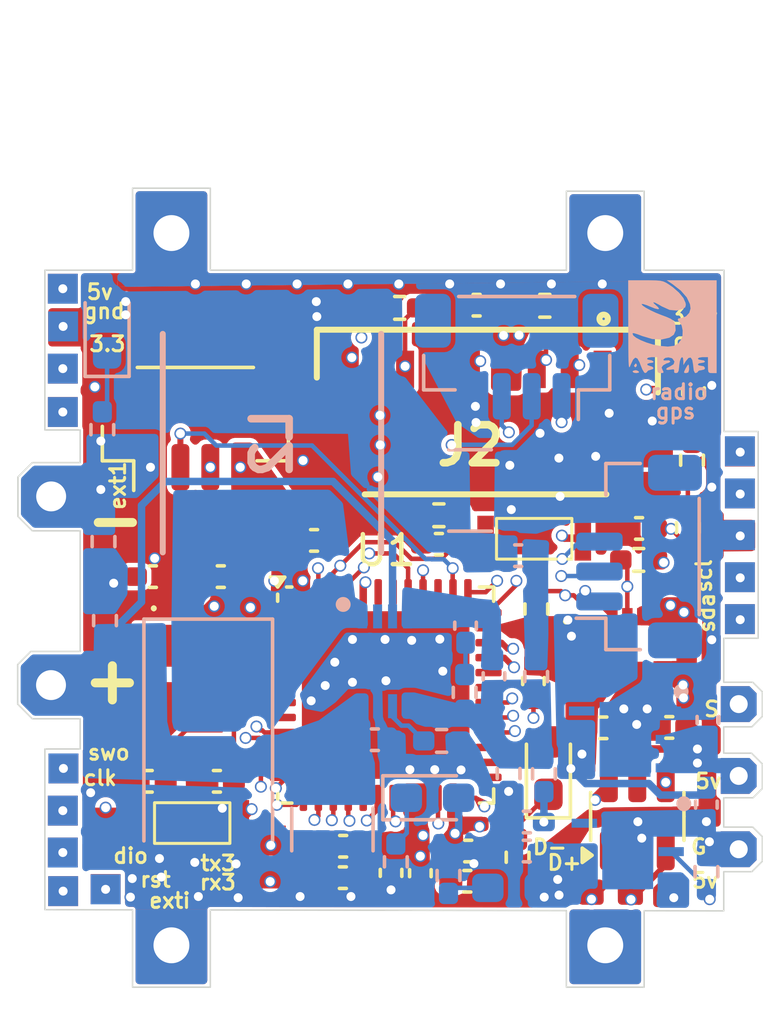
<source format=kicad_pcb>
(kicad_pcb (version 20241229) (generator "pcbnew") (generator_version "9.0")
  (layers (0 "F.Cu" signal) (4 "In1.Cu" signal) (6 "In2.Cu" signal) (8 "In3.Cu" signal) (10 "In4.Cu" signal) (2 "B.Cu" signal) (13 "F.Paste" user) (15 "B.Paste" user) (5 "F.SilkS" user "F.Silkscreen") (7 "B.SilkS" user "B.Silkscreen") (1 "F.Mask" user) (3 "B.Mask" user) (25 "Edge.Cuts" user))
  (net 0 "")
  (net 1 "GND")
  (net 2 "+3.3V")
  (net 3 "NRST")
  (net 4 "USART3_RX")
  (net 5 "Net-(U1-PF1)")
  (net 6 "Net-(U1-PF0)")
  (net 7 "SDDETECT")
  (net 8 "VIN")
  (net 9 "Net-(IC3-COMP)")
  (net 10 "Net-(C26-Pad2)")
  (net 11 "Net-(IC3-FB)")
  (net 12 "+5V")
  (net 13 "Net-(C28-Pad2)")
  (net 14 "ADC1_IN3_VBAT")
  (net 15 "Net-(D2-K)")
  (net 16 "Net-(D3-K)")
  (net 17 "Net-(D3-A)")
  (net 18 "I2C3_SDA_ACCEL")
  (net 22 "I2C3_SCL_ACCEL")
  (net 25 "Net-(IC3-FSW)")
  (net 26 "3.3VEN")
  (net 27 "SPI1_CS_SD")
  (net 28 "SPI1_MISO_SD")
  (net 29 "Net-(J2-G3)")
  (net 32 "SPI1_SCK_SD")
  (net 33 "SPI1_MOSI_SD")
  (net 34 "USART1_RX_GPS")
  (net 35 "USART1_TX_GPS")
  (net 36 "ADC1_IN1")
  (net 37 "LPUART1_RX_RADIO")
  (net 38 "LPUART1_TX_RADIO")
  (net 39 "GPIO_EXTI1")
  (net 40 "SWO")
  (net 41 "SWDIO")
  (net 42 "I2C1_SCL")
  (net 43 "SWCLK{slash}I2C1_SDA")
  (net 44 "TIM3_CHI_PWM4")
  (net 45 "USART3_TX")
  (net 50 "D+")
  (net 57 "D-")
  (net 59 "I2C1_SDA")
  (net 61 "PWEN")
  (net 63 "USBD+")
  (net 64 "USBD-")
  (net 65 "Net-(D1-K)")
  (net 66 "Net-(D4-K)")
  (net 67 "Net-(D5-K)")
  (net 68 "TIM2_CH2{slash}LED")
  (net 69 "EXTI_4")
  (footprint "" (layer "F.Cu") (at 174.5 93.53)
    (property "Reference" "")
    (property "Value" "")
  )
  (footprint "Resistor_SMD:R_0402_1005Metric_Pad0.72x0.64mm_HandSolder" (layer "F.Cu") (at 184.33 74.1)
    (property "Reference" "R8" (hide yes))
    (property "Value" "47k" (hide yes))
  )
  (footprint "" (layer "F.Cu") (at 176.7 71.6)
    (property "Reference" "")
    (property "Value" "")
  )
  (footprint "KXT3:SW_KXT3" (layer "F.Cu") (at 175.495 92.045)
    (property "Reference" "SW1" (hide yes))
    (property "Value" "RSTBTN" (hide yes))
  )
  (footprint "" (layer "F.Cu") (at 173.08 74.72)
    (property "Reference" "1" (hide yes))
    (property "Value" "")
  )
  (footprint "Capacitor_SMD:C_0402_1005Metric_Pad0.74x0.62mm_HandSolder" (layer "F.Cu") (at 185.02 92.99 90)
    (property "Reference" "C7" (hide yes))
    (property "Value" "10n" (hide yes))
  )
  (footprint "" (layer "F.Cu") (at 191.2 95.4)
    (property "Reference" "")
    (property "Value" "")
  )
  (footprint "crystalmulticomp:MCSJK7U1200101080B10" (layer "F.Cu") (at 176.96 86.49 -90)
    (property "Reference" "Y1" (hide yes))
    (property "Value" "Crystal_GND24_Small" (hide yes))
  )
  (footprint "Capacitor_SMD:C_0402_1005Metric_Pad0.74x0.62mm_HandSolder" (layer "F.Cu") (at 178.22 89.92)
    (property "Reference" "C2" (hide yes))
    (property "Value" "0.1u" (hide yes))
  )
  (footprint "connecteurcustom:edge pad" (layer "F.Cu") (at 195.05 87.89 -90)
    (property "Reference" "REF**2" (hide yes))
    (property "Value" "edge pad" (hide yes))
  )
  (footprint "Capacitor_SMD:C_0402_1005Metric_Pad0.74x0.62mm_HandSolder" (layer "F.Cu") (at 181.4675 81.87 180)
    (property "Reference" "C6" (hide yes))
    (property "Value" "100n" (hide yes))
  )
  (footprint "Capacitor_SMD:C_0402_1005Metric_Pad0.74x0.62mm_HandSolder" (layer "F.Cu") (at 175.94 89.92 180)
    (property "Reference" "C12" (hide yes))
    (property "Value" "16p" (hide yes))
  )
  (footprint "Capacitor_SMD:C_0402_1005Metric_Pad0.74x0.62mm_HandSolder" (layer "F.Cu") (at 182.43 93.14)
    (property "Reference" "C10" (hide yes))
    (property "Value" "1u" (hide yes))
  )
  (footprint "" (layer "F.Cu") (at 172.68 80.74)
    (property "Reference" "")
    (property "Value" "")
  )
  (footprint "" (layer "F.Cu") (at 195.7 80.3)
    (property "Reference" "7" (hide yes))
    (property "Value" "")
  )
  (footprint "Resistor_SMD:R_0402_1005Metric_Pad0.72x0.64mm_HandSolder" (layer "F.Cu") (at 185.64 81.03 180)
    (property "Reference" "R2" (hide yes))
    (property "Value" "10k" (hide yes))
  )
  (footprint "" (layer "F.Cu") (at 173.07 76.13)
    (property "Reference" "2" (hide yes))
    (property "Value" "")
  )
  (footprint "Capacitor_SMD:C_0402_1005Metric_Pad0.74x0.62mm_HandSolder" (layer "F.Cu") (at 191.137 88.132)
    (property "Reference" "C1" (hide yes))
    (property "Value" "100n" (hide yes))
  )
  (footprint "" (layer "F.Cu") (at 195.7 78.9)
    (property "Reference" "8" (hide yes))
    (property "Value" "")
  )
  (footprint "" (layer "F.Cu") (at 195.7 84.5)
    (property "Reference" "4" (hide yes))
    (property "Value" "")
  )
  (footprint "Capacitor_SMD:C_0402_1005Metric_Pad0.74x0.62mm_HandSolder" (layer "F.Cu") (at 186.9 74.01 180)
    (property "Reference" "C16" (hide yes))
    (property "Value" "100n" (hide yes))
  )
  (footprint "LED_SMD:LED_0603_1608Metric_Pad1.05x0.95mm_HandSolder" (layer "F.Cu") (at 189.3 89.48 90)
    (property "Reference" "D3" (hide yes))
    (property "Value" "LED" (hide yes))
  )
  (footprint "Capacitor_SMD:C_0402_1005Metric_Pad0.74x0.62mm_HandSolder" (layer "F.Cu") (at 184.04 92.98 90)
    (property "Reference" "C8" (hide yes))
    (property "Value" "1u" (hide yes))
  )
  (footprint "Connector_JST:JST_SH_BM04B-SRSS-TB_1x04-1MP_P1.00mm_Vertical" (layer "F.Cu") (at 177.5 78.1)
    (property "Reference" "J5" (hide yes))
    (property "Value" "connecteur radio")
  )
  (footprint "Resistor_SMD:R_0402_1005Metric_Pad0.72x0.64mm_HandSolder" (layer "F.Cu") (at 194.1 79.19 -90)
    (property "Reference" "R5" (hide yes))
    (property "Value" "10k" (hide yes))
  )
  (footprint "TestPoint:TestPoint_Pad_1.0x1.0mm" (layer "F.Cu") (at 180 93)
    (property "Reference" "REF**" (hide yes))
    (property "Value" "TestPoint_Pad_1.0x1.0mm" (hide yes))
  )
  (footprint "Resistor_SMD:R_0402_1005Metric_Pad0.72x0.64mm_HandSolder" (layer "F.Cu") (at 192.317 82.522 180)
    (property "Reference" "R9" (hide yes))
    (property "Value" "47k" (hide yes))
  )
  (footprint "" (layer "F.Cu") (at 173.07 77.58)
    (property "Reference" "3" (hide yes))
    (property "Value" "")
  )
  (footprint "Capacitor_SMD:C_0402_1005Metric_Pad0.74x0.62mm_HandSolder" (layer "F.Cu") (at 194.15 76.89 90)
    (property "Reference" "C15" (hide yes))
    (property "Value" "4.7u" (hide yes))
  )
  (footprint "connecteurcustom:edge pad" (layer "F.Cu") (at 195.09 90.29 -90)
    (property "Reference" "REF**1" (hide yes))
    (property "Value" "edge pad" (hide yes))
  )
  (footprint "" (layer "F.Cu") (at 173.07 73.46)
    (property "Reference" "")
    (property "Value" "")
  )
  (footprint "" (layer "F.Cu") (at 173.07 92.3)
    (property "Reference" "2" (hide yes))
    (property "Value" "")
  )
  (footprint "" (layer "F.Cu") (at 195.7 83.1)
    (property "Reference" "5" (hide yes))
    (property "Value" "")
  )
  (footprint "" (layer "F.Cu") (at 173.07 90.9)
    (property "Reference" "1" (hide yes))
    (property "Value" "")
  )
  (footprint "Capacitor_SMD:C_0402_1005Metric_Pad0.74x0.62mm_HandSolder" (layer "F.Cu") (at 186.59 93.26)
    (property "Reference" "C11" (hide yes))
    (property "Value" "4.7u" (hide yes))
  )
  (footprint "molexmicrosd:47309-2651" (layer "F.Cu") (at 187.26 74.83)
    (property "Reference" "J2")
    (property "Value" "47309-2651" (hide yes))
  )
  (footprint "Package_TO_SOT_SMD:SOT-23-6" (layer "F.Cu") (at 192.27 91.0925 90)
    (property "Reference" "U2" (hide yes))
    (property "Value" "USBLC6-2SC6" (hide yes))
  )
  (footprint "" (layer "F.Cu") (at 176.7 95.4)
    (property "Reference" "")
    (property "Value" "")
  )
  (footprint "" (layer "F.Cu") (at 195.7 81.7)
    (property "Reference" "6" (hide yes))
    (property "Value" "")
  )
  (footprint "" (layer "F.Cu") (at 191.2 71.6)
    (property "Reference" "")
    (property "Value" "")
  )
  (footprint "connecteurcustom:edge pad" (layer "F.Cu") (at 195.05 92.74 -90)
    (property "Reference" "REF**" (hide yes))
    (property "Value" "edge pad" (hide yes))
  )
  (footprint "KXT3:SW_KXT3" (layer "F.Cu") (at 186.925 82.545)
    (property "Reference" "SW2" (hide yes))
    (property "Value" "boot" (hide yes))
  )
  (footprint "Resistor_SMD:R_0402_1005Metric_Pad0.72x0.64mm_HandSolder" (layer "F.Cu") (at 193.96 81.45 -90)
    (property "Reference" "R6" (hide yes))
    (property "Value" "10k" (hide yes))
  )
  (footprint "Capacitor_SMD:C_0402_1005Metric_Pad0.74x0.62mm_HandSolder" (layer "F.Cu") (at 188.8 86.57 90)
    (property "Reference" "C4" (hide yes))
    (property "Value" "100n" (hide yes))
  )
  (footprint "" (layer "F.Cu") (at 173.09 89.49)
    (property "Reference" "")
    (property "Value" "")
  )
  (footprint "" (layer "F.Cu") (at 174.5 91.3)
    (property "Reference" "")
    (property "Value" "")
  )
  (footprint "Capacitor_SMD:C_0402_1005Metric_Pad0.74x0.62mm_HandSolder" (layer "F.Cu") (at 193.34 88.12 180)
    (property "Reference" "C17" (hide yes))
    (property "Value" "10u" (hide yes))
  )
  (footprint "Capacitor_SMD:C_0402_1005Metric_Pad0.74x0.62mm_HandSolder" (layer "F.Cu") (at 182.44 92.09)
    (property "Reference" "C9" (hide yes))
    (property "Value" "100n" (hide yes))
  )
  (footprint "Package_DFN_QFN:QFN-48-1EP_7x7mm_P0.5mm_EP5.6x5.6mm" (layer "F.Cu") (at 183.86 87.0375)
    (property "Reference" "U1")
    (property "Value" "STM32G431CBUx" (hide yes))
  )
  (footprint "Capacitor_SMD:C_0402_1005Metric_Pad0.74x0.62mm_HandSolder" (layer "F.Cu") (at 176.08 83.08 180)
    (property "Reference" "C30" (hide yes))
    (property "Value" "100n" (hide yes))
  )
  (footprint "Capacitor_SMD:C_0402_1005Metric_Pad0.74x0.62mm_HandSolder" (layer "F.Cu") (at 178.35 83.08 180)
    (property "Reference" "C13" (hide yes))
    (property "Value" "16p" (hide yes))
  )
  (footprint "" (layer "F.Cu") (at 173.08 93.59)
    (property "Reference" "3" (hide yes))
    (property "Value" "")
  )
  (footprint "connecteur custom:batpad" (layer "F.Cu") (at 173.78 87.77 90)
    (property "Reference" "REF**" (hide yes))
    (property "Value" "batpad" (hide yes))
  )
  (footprint "Resistor_SMD:R_0402_1005Metric_Pad0.72x0.64mm_HandSolder" (layer "F.Cu") (at 188.27 92.4575 90)
    (property "Reference" "R20" (hide yes))
    (property "Value" "1.1k" (hide yes))
  )
  (footprint "Capacitor_SMD:C_0402_1005Metric_Pad0.74x0.62mm_HandSolder" (layer "F.Cu") (at 186.62 92.25 180)
    (property "Reference" "C5" (hide yes))
    (property "Value" "100n" (hide yes))
  )
  (footprint "Capacitor_SMD:C_0402_1005Metric_Pad0.74x0.62mm_HandSolder" (layer "F.Cu") (at 192.33 81.47 180)
    (property "Reference" "C14" (hide yes))
    (property "Value" "10n" (hide yes))
  )
  (footprint "Resistor_SMD:R_0402_1005Metric_Pad0.72x0.64mm_HandSolder" (layer "F.Cu") (at 188.897 84.162 -90)
    (property "Reference" "R10" (hide yes))
    (property "Value" "47k" (hide yes))
  )
  (footprint "" (layer "F.Cu") (at 180.02 91.9)
    (property "Reference" "")
    (property "Value" "")
  )
  (footprint "Capacitor_SMD:C_0402_1005Metric_Pad0.74x0.62mm_HandSolder" (layer "F.Cu") (at 185.64 82)
    (property "Reference" "C3" (hide yes))
    (property "Value" "10n" (hide yes))
  )
  (footprint "WSEN-ISDS:2536030320001" (layer "F.Cu") (at 191.937 85.33)
    (property "Reference" "IC1" (hide yes))
    (property "Value" "2536030320001" (hide yes))
  )
  (footprint "Resistor_SMD:R_0402_1005Metric_Pad0.72x0.64mm_HandSolder" (layer "F.Cu") (at 189.18 74.03)
    (property "Reference" "R7" (hide yes))
    (property "Value" "47k" (hide yes))
  )
  (footprint "Capacitor_SMD:C_0402_1005Metric_Pad0.74x0.62mm_HandSolder" (layer "B.Cu") (at 194.63 87.87 90)
    (property "Reference" "C19" (hide yes))
    (property "Value" "1u" (hide yes))
  )
  (footprint "Capacitor_SMD:C_0402_1005Metric_Pad0.74x0.62mm_HandSolder" (layer "B.Cu") (at 188.5775 92.25 180)
    (property "Reference" "C21" (hide yes))
    (property "Value" "1u" (hide yes))
  )
  (footprint "Resistor_SMD:R_0402_1005Metric_Pad0.72x0.64mm_HandSolder" (layer "B.Cu") (at 186.5 86.95 -90)
    (property "Reference" "R16" (hide yes))
    (property "Value" "3.3k" (hide yes))
  )
  (footprint "Capacitor_SMD:C_0402_1005Metric_Pad0.74x0.62mm_HandSolder" (layer "B.Cu") (at 187.48 86.41 -90)
    (property "Reference" "C27" (hide yes))
    (property "Value" "220p" (hide yes))
  )
  (footprint "" (layer "B.Cu") (at 173.07 90.9 180)
    (property "Reference" "")
    (property "Value" "")
  )
  (footprint "Connector_JST:JST_SH_BM04B-SRSS-TB_1x04-1MP_P1.00mm_Vertical" (layer "B.Cu") (at 192.33 82.41 90)
    (property "Reference" "J3" (hide yes))
    (property "Value" "connecteur gps" (hide yes))
  )
  (footprint "Resistor_SMD:R_0402_1005Metric_Pad0.72x0.64mm_HandSolder" (layer "B.Cu") (at 185.73 88.57)
    (property "Reference" "R15" (hide yes))
    (property "Value" "220k" (hide yes))
  )
  (footprint "inductancewurth:INDPM7373X340N" (layer "B.Cu") (at 180.06 78.62 90)
    (property "Reference" "L2")
    (property "Value" "22u" (hide yes))
  )
  (footprint "Capacitor_SMD:C_1210_3225Metric_Pad1.33x2.70mm_HandSolder" (layer "B.Cu") (at 186.68 80.2)
    (property "Reference" "C29" (hide yes))
    (property "Value" "22u" (hide yes))
  )
  (footprint "" (layer "B.Cu") (at 173.07 76.13 180)
    (property "Reference" "")
    (property "Value" "")
  )
  (footprint "Capacitor_SMD:C_0402_1005Metric_Pad0.74x0.62mm_HandSolder" (layer "B.Cu") (at 188.29 82.38)
    (property "Reference" "C28" (hide yes))
    (property "Value" "3.3n" (hide yes))
  )
  (footprint "" (layer "B.Cu") (at 173.07 77.58 180)
    (property "Reference" "")
    (property "Value" "")
  )
  (footprint "Resistor_SMD:R_0402_1005Metric_Pad0.72x0.64mm_HandSolder" (layer "B.Cu") (at 184.2 92.61 90)
    (property "Reference" "R11" (hide yes))
    (property "Value" "1k" (hide yes))
  )
  (footprint "Connector_JST:JST_SH_BM04B-SRSS-TB_1x04-1MP_P1.00mm_Vertical" (layer "B.Cu") (at 188.24 75.73 180)
    (property "Reference" "J4" (hide yes))
    (property "Value" "connecteur radio" (hide yes))
  )
  (footprint "" (layer "B.Cu") (at 173.08 74.72 180)
    (property "Reference" "")
    (property "Value" "")
  )
  (footprint "" (layer "B.Cu") (at 173.07 73.46 180)
    (property "Reference" "")
    (property "Value" "")
  )
  (footprint "" (layer "B.Cu") (at 195.7 83.1 180)
    (property "Reference" "")
    (property "Value" "")
  )
  (footprint "Capacitor_SMD:C_0402_1005Metric_Pad0.74x0.62mm_HandSolder" (layer "B.Cu") (at 183.5 88.53)
    (property "Reference" "C25" (hide yes))
    (property "Value" "470n" (hide yes))
  )
  (footprint "LDO40PURY:SON95P300X300X90-7N-D" (layer "B.Cu") (at 191.95 92.27 180)
    (property "Reference" "IC5" (hide yes))
    (property "Value" "LDO40LPU33RY" (hide yes))
  )
  (footprint "Resistor_SMD:R_0402_1005Metric_Pad0.72x0.64mm_HandSolder" (layer "B.Cu") (at 174.43 81.91 -90)
    (property "Reference" "R22" (hide yes))
    (property "Value" "10k" (hide yes))
  )
  (footprint "Resistor_SMD:R_0402_1005Metric_Pad0.72x0.64mm_HandSolder" (layer "B.Cu") (at 185.96 93.0675 -90)
    (property "Reference" "R4" (hide yes))
    (property "Value" "1k" (hide yes))
  )
  (footprint "LED_SMD:LED_0603_1608Metric_Pad1.05x0.95mm_HandSolder" (layer "B.Cu") (at 174.55 74.73 90)
    (property "Reference" "D1" (hide yes))
    (property "Value" "LED" (hide yes))
  )
  (footprint "logo:logo ensea" (layer "B.Cu") (at 193.42 74.68 180)
    (property "Reference" "G***" (hide yes))
    (property "Value" "LOGO" (hide yes))
  )
  (footprint "Capacitor_SMD:C_1210_3225Metric_Pad1.33x2.70mm_HandSolder" (layer "B.Cu") (at 182.08 91.53 -90)
    (property "Reference" "C24" (hide yes))
    (property "Value" "10u" (hide yes))
  )
  (footprint "Resistor_SMD:R_0402_1005Metric_Pad0.72x0.64mm_HandSolder" (layer "B.Cu") (at 174.39 78.17 90)
    (property "Reference" "R3" (hide yes))
    (property "Value" "200R" (hide yes))
  )
  (footprint "" (layer "B.Cu") (at 195.7 84.5 180)
    (property "Reference" "")
    (property "Value" "")
  )
  (footprint "" (layer "B.Cu") (at 174.5 93.52 180)
    (property "Reference" "")
    (property "Value" "")
  )
  (footprint "" (layer "B.Cu") (at 195.7 80.3 180)
    (property "Reference" "7" (hide yes))
    (property "Value" "")
  )
  (footprint "" (layer "B.Cu") (at 195.7 78.89 180)
    (property "Reference" "")
    (property "Value" "")
  )
  (footprint "" (layer "B.Cu") (at 195.7 81.69 180)
    (property "Reference" "")
    (property "Value" "")
  )
  (footprint "Capacitor_SMD:C_0402_1005Metric_Pad0.74x0.62mm_HandSolder" (layer "B.Cu") (at 194.58 90.7 -90)
    (property "Reference" "C20" (hide yes))
    (property "Value" "1u" (hide yes))
  )
  (footprint "Resistor_SMD:R_0402_1005Metric_Pad0.72x0.64mm_HandSolder" (layer "B.Cu") (at 187.97 89.66 -90)
    (property "Reference" "R19" (hide yes))
    (property "Value" "1.1k" (hide yes))
  )
  (footprint "Resistor_SMD:R_0402_1005Metric_Pad0.72x0.64mm_HandSolder" (layer "B.Cu") (at 174.48 84.55 -90)
    (property "Reference" "R21" (hide yes))
    (property "Value" "20k" (hide yes))
  )
  (footprint "LDO40PURY:SON95P300X300X90-7N-D" (layer "B.Cu") (at 191.86 88.52 180)
    (property "Reference" "IC2" (hide yes))
    (property "Value" "LDO40LPU33RY" (hide yes))
  )
  (footprint "Capacitor_SMD:C_0402_1005Metric_Pad0.74x0.62mm_HandSolder" (layer "B.Cu") (at 186.53 84.72 -90)
    (property "Reference" "C26" (hide yes))
    (property "Value" "22n" (hide yes))
  )
  (footprint "Capacitor_SMD:C_0402_1005Metric_Pad0.74x0.62mm_HandSolder" (layer "B.Cu") (at 188.58 91.28 180)
    (property "Reference" "C18" (hide yes))
    (property "Value" "1u" (hide yes))
  )
  (footprint "" (layer "B.Cu") (at 173.09 89.49 180)
    (property "Reference" "")
    (property "Value" "")
  )
  (footprint "LED_SMD:LED_0603_1608Metric_Pad1.05x0.95mm_HandSolder" (layer "B.Cu") (at 185.425 90.47)
    (property "Reference" "D5" (hide yes))
    (property "Value" "LED" (hide yes))
  )
  (footprint "Resistor_SMD:R_0402_1005Metric_Pad0.72x0.64mm_HandSolder" (layer "B.Cu") (at 188.89 86.42 -90)
    (property "Reference" "R17" (hide yes))
    (property "Value" "200R" (hide yes))
  )
  (footprint "Diode_SMD:D_SMB_Handsoldering" (layer "B.Cu") (at 177.93 89.21 -90)
    (property "Reference" "D2" (hide yes))
    (property "Value" "STPS3L40" (hide yes))
  )
  (footprint "Resistor_SMD:R_0402_1005Metric_Pad0.72x0.64mm_HandSolder" (layer "B.Cu") (at 194.58 92.94 90)
    (property "Reference" "R1" (hide yes))
    (property "Value" "100k" (hide yes))
  )
  (footprint "LED_SMD:LED_0603_1608Metric_Pad1.05x0.95mm_HandSolder" (layer "B.Cu") (at 188.15 93.48)
    (property "Reference" "D4" (hide yes))
    (property "Value" "LED" (hide yes))
  )
  (footprint "Resistor_SMD:R_0402_1005Metric_Pad0.72x0.64mm_HandSolder" (layer "B.Cu") (at 189.15 89.67 90)
    (property "Reference" "R18" (hide yes))
    (property "Value" "8.2k" (hide yes))
  )
  (footprint "" (layer "B.Cu") (at 173.07 92.3 180)
    (property "Reference" "")
    (property "Value" "")
  )
  (footprint "L7981:SON50P300X300X100-9N-D" (layer "B.Cu") (at 183.84 85.91 -90)
    (property "Reference" "IC3" (hide yes))
    (property "Value" "L7981TR" (hide yes))
  )
  (footprint "" (layer "B.Cu") (at 173.08 93.59 180)
    (property "Reference" "3" (hide yes))
    (property "Value" "")
  )
  (gr_line (start 177 78.3) (end 177 79.1) (stroke (width 0.2)) (layer "F.Cu") (net 42))
  (gr_poly (pts (xy 195.17 72.84) (xy 192.5 72.84) (xy 192.5 70.2) (xy 189.9 70.2) (xy 189.9 72.84) (xy 178 72.84) (xy 178 70.1) (xy 175.4 70.1) (xy 175.4 72.84) (xy 172.47 72.84) (xy 172.47 78.18) (xy 173.65 78.18) (xy 173.65 79.2) (xy 173.65 79.27) (xy 172.05 79.27) (xy 171.57 79.75) (xy 171.57 81.07) (xy 172.05 81.55) (xy 173.65 81.55) (xy 173.65 81.69) (xy 173.65 85.45) (xy 173.65 85.58) (xy 172 85.58) (xy 171.56 86.02) (xy 171.56 87.34) (xy 172.05 87.83) (xy 173.65 87.83) (xy 173.65 88.73) (xy 173.65 88.84) (xy 172.47 88.84) (xy 172.47 94.210193) (xy 175.399967 94.215334) (xy 175.399995 96.8) (xy 178 96.8) (xy 178 94.219018) (xy 189.899927 94.240772) (xy 189.9 96.8) (xy 192.5 96.8) (xy 192.5 94.244807) (xy 195.16 94.25) (xy 195.16 92.94) (xy 196.1 92.94) (xy 196.45 92.59) (xy 196.45 91.77) (xy 196.13 91.45) (xy 195.16 91.45) (xy 195.16 90.47) (xy 195.28 90.47) (xy 196.14 90.47) (xy 196.45 90.16) (xy 196.45 89.34) (xy 196.09 88.98) (xy 195.16 88.98) (xy 195.16 88.1) (xy 196.1 88.1) (xy 196.45 87.75) (xy 196.45 86.93) (xy 196.13 86.61) (xy 195.28 86.61) (xy 195.16 86.61) (xy 195.16 85.14) (xy 196.31 85.14) (xy 196.31 78.35) (xy 196.31 78.23) (xy 195.17 78.23) (xy 195.17 73.03)) (stroke (width 0.05)) (fill no) (layer "Edge.Cuts"))
  (gr_text "gnd" (at 193.41 75.5 0) (layer "F.SilkS") (effects (font (size 0.5 0.5) (thickness 0.1)) (justify left bottom)))
  (gr_text "3.3v" (at 193.32 74.68 0) (layer "F.SilkS") (effects (font (size 0.5 0.5) (thickness 0.1)) (justify left bottom)))
  (gr_text "G" (at 194.01 92.4 0) (layer "F.SilkS") (effects (font (size 0.5 0.5) (thickness 0.1)) (justify left bottom)))
  (gr_text "tx3" (at 177.61 92.95 0) (layer "F.SilkS") (effects (font (size 0.5 0.5) (thickness 0.1)) (justify left bottom)))
  (gr_text "scl" (at 194.79 83.67 90) (layer "F.SilkS") (effects (font (size 0.5 0.5) (thickness 0.1)) (justify left bottom)))
  (gr_text "gnd" (at 173.71 74.5 0) (layer "F.SilkS") (effects (font (size 0.5 0.5) (thickness 0.1)) (justify left bottom)))
  (gr_text "5v" (at 193.9 73.88 0) (layer "F.SilkS") (effects (font (size 0.5 0.5) (thickness 0.1)) (justify left bottom)))
  (gr_text "dio" (at 174.7 92.7 0) (layer "F.SilkS") (effects (font (size 0.5 0.5) (thickness 0.1)) (justify left bottom)))
  (gr_text "S" (at 194.45 87.8 0) (layer "F.SilkS") (effects (font (size 0.5 0.5) (thickness 0.1)) (justify left bottom)))
  (gr_text "clk" (at 173.7 90.1 0) (layer "F.SilkS") (effects (font (size 0.5 0.5) (thickness 0.1)) (justify left bottom)))
  (gr_text "rst" (at 175.6 93.5 0) (layer "F.SilkS") (effects (font (size 0.5 0.5) (thickness 0.1)) (justify left bottom)))
  (gr_text "5v" (at 194.04 93.53 0) (layer "F.SilkS") (effects (font (size 0.5 0.5) (thickness 0.1) (bold yes)) (justify left bottom)))
  (gr_text "sda" (at 194.89 85.01 90) (layer "F.SilkS") (effects (font (size 0.5 0.5) (thickness 0.1)) (justify left bottom)))
  (gr_text "D+" (at 189.21 92.93 -0) (layer "F.SilkS") (effects (font (size 0.5 0.5) (thickness 0.1)) (justify left bottom)))
  (gr_text "rx3" (at 177.59 93.59 0) (layer "F.SilkS") (effects (font (size 0.5 0.5) (thickness 0.1)) (justify left bottom)))
  (gr_text "exti\n" (at 175.9 94.2 0) (layer "F.SilkS") (effects (font (size 0.5 0.5) (thickness 0.1)) (justify left bottom)))
  (gr_text "swo" (at 173.85 89.25 0) (layer "F.SilkS") (effects (font (size 0.5 0.5) (thickness 0.1)) (justify left bottom)))
  (gr_text "+" (at 173.6 87.4 0) (layer "F.SilkS") (effects (font (size 1.5 1.5) (thickness 0.3) (bold yes)) (justify left bottom)))
  (gr_text "D-" (at 188.72 92.41 -0) (layer "F.SilkS") (effects (font (size 0.5 0.5) (thickness 0.1)) (justify left bottom)))
  (gr_text "5v" (at 194.15 90.21 0) (layer "F.SilkS") (effects (font (size 0.5 0.5) (thickness 0.1)) (justify left bottom)))
  (gr_text "5v" (at 173.81 73.86 0) (layer "F.SilkS") (effects (font (size 0.5 0.5) (thickness 0.1)) (justify left bottom)))
  (gr_text "-" (at 173.7 83.3 0) (layer "F.SilkS") (effects (font (size 4 1.5) (thickness 0.3) (bold yes)) (justify left bottom)))
  (gr_text "3.3" (at 173.9 75.6 0) (layer "F.SilkS") (effects (font (size 0.5 0.5) (thickness 0.1)) (justify left bottom)))
  (gr_text "ext1" (at 175.2 80.9 90) (layer "F.SilkS") (effects (font (size 0.5 0.5) (thickness 0.1)) (justify left bottom)))
  (gr_text "radio" (at 192.65 77.2 0) (layer "B.SilkS") (effects (font (size 0.5 0.5) (thickness 0.1) (bold yes)) (justify left bottom)))
  (gr_text "gps" (at 192.83 77.85 0) (layer "B.SilkS") (effects (font (size 0.5 0.5) (thickness 0.1) (bold yes)) (justify left bottom)))
  (segment (start 188.8 87.1375) (end 188.8 87.8) (width 0.15) (layer "F.Cu") (net 1))
  (via (at 176.36 93.12) (size 0.4) (drill 0.3) (layers "F.Cu" "B.Cu") (net 1))
  (via (at 184.73 85.21) (size 0.4) (drill 0.3) (layers "F.Cu" "B.Cu") (net 1))
  (via (at 176.14 82.47) (size 0.4) (drill 0.3) (layers "F.Cu" "B.Cu") (net 1))
  (via (at 194.76 76.69) (size 0.4) (drill 0.3) (layers "F.Cu" "B.Cu") (net 1))
  (via (at 195.71 81.72) (size 0.4) (drill 0.3) (layers "F.Cu" "B.Cu") (net 1))
  (via (at 192.25 88.02) (size 0.4) (drill 0.3) (layers "F.Cu" "B.Cu") (net 1))
  (via (at 182.16 85.94) (size 0.4) (drill 0.3) (layers "F.Cu" "B.Cu") (net 1))
  (via (at 188.06 80.84) (size 0.4) (drill 0.3) (layers "F.Cu" "B.Cu") (net 1))
  (via (at 191.1 73.3) (size 0.4) (drill 0.3) (layers "F.Cu" "B.Cu") (net 1))
  (via (at 174.14 76.74) (size 0.4) (drill 0.3) (layers "F.Cu" "B.Cu") (net 1))
  (via (at 186.86 77.39) (size 0.4) (drill 0.3) (layers "F.Cu" "B.Cu") (net 1))
  (via (at 182.6 73.3) (size 0.4) (drill 0.3) (layers "F.Cu" "B.Cu") (net 1))
  (via (at 189.65 79.12) (size 0.4) (drill 0.3) (layers "F.Cu" "B.Cu") (net 1))
  (via (at 190.88 79.06) (size 0.4) (drill 0.3) (layers "F.Cu" "B.Cu") (net 1))
  (via (at 175.39 93.17) (size 0.4) (drill 0.3) (layers "F.Cu" "B.Cu") (net 1))
  (via (at 194.68 91.94) (size 0.4) (drill 0.3) (layers "F.Cu" "B.Cu") (net 1))
  (via (at 180.9 73.3) (size 0.4) (drill 0.3) (layers "F.Cu" "B.Cu") (net 1))
  (via (at 185.5 89.53) (size 0.4) (drill 0.3) (layers "F.Cu" "B.Cu") (net 1))
  (via (at 183.68 78.68) (size 0.4) (drill 0.3) (layers "F.Cu" "B.Cu") (net 1))
  (via (at 178.4 90.82) (size 0.4) (drill 0.3) (layers "F.Cu" "B.Cu") (net 1))
  (via (at 173.08 74.72) (size 0.4) (drill 0.3) (layers "F.Cu" "B.Cu") (net 1))
  (via (at 186.88 77.93) (size 0.4) (drill 0.3) (layers "F.Cu" "B.Cu") (net 1))
  (via (at 186.81 92.67) (size 0.4) (drill 0.3) (layers "F.Cu" "B.Cu") (net 1))
  (via (at 182.75 85.18) (size 0.4) (drill 0.3) (layers "F.Cu" "B.Cu") (net 1))
  (via (at 194.76 85.19) (size 0.4) (drill 0.3) (layers "F.Cu" "B.Cu") (net 1))
  (via (at 186.38 89.54) (size 0.4) (drill 0.3) (layers "F.Cu" "B.Cu") (net 1))
  (via (at 183.87 86.56) (size 0.4) (drill 0.3) (layers "F.Cu" "B.Cu") (net 1))
  (via (at 185.77 86.24) (size 0.4) (drill 0.3) (layers "F.Cu" "B.Cu") (net 1))
  (via (at 175.33 93.79) (size 0.4) (drill 0.3) (layers "F.Cu" "B.Cu") (net 1))
  (via (at 182.73 75.76) (size 0.4) (drill 0.3) (layers "F.Cu" "B.Cu") (net 1))
  (via (at 179.34 84.11) (size 0.4) (drill 0.3) (layers "F.Cu" "B.Cu") (net 1))
  (via (at 191.82 87.5) (size 0.4) (drill 0.3) (layers "F.Cu" "B.Cu") (net 1))
  (via (at 192.29 91.27) (size 0.4) (drill 0.3) (layers "F.Cu" "B.Cu") (net 1))
  (via (at 177.5 73.3) (size 0.4) (drill 0.3) (layers "F.Cu" "B.Cu") (net 1))
  (via (at 188.8 87.8) (size 0.4) (drill 0.3) (layers "F.Cu" "B.Cu") (net 1))
  (via (at 174.34 78.55) (size 0.4) (drill 0.3) (layers "F.Cu" "B.Cu") (net 1))
  (via (at 183.84 85.18) (size 0.4) (drill 0.3) (layers "F.Cu" "B.Cu") (net 1))
  (via (at 176.3 92.5) (size 0.4) (drill 0.3) (layers "F.Cu" "B.Cu") (net 1))
  (via (at 183.67 77.69) (size 0.4) (drill 0.3) (layers "F.Cu" "B.Cu") (net 1))
  (via (at 187.97 90.2575) (size 0.4) (drill 0.3) (layers "F.Cu" "B.Cu") (net 1))
  (via (at 178.86 92.68) (size 0.4) (drill 0.3) (layers "F.Cu" "B.Cu") (net 1))
  (via (at 187.7 73.3) (size 0.4) (drill 0.3) (layers "F.Cu" "B.Cu") (net 1))
  (via (at 184.67 89.53) (size 0.4) (drill 0.3) (layers "F.Cu" "B.Cu") (net 1))
  (via (at 184.04 93.5475) (size 0.4) (drill 0.3) (layers "F.Cu" "B.Cu") (net 1))
  (via (at 182.7 93.77) (size 0.4) (drill 0.3) (layers "F.Cu" "B.Cu") (net 1))
  (via (at 194.58 91.2675) (size 0.4) (drill 0.3) (layers "F.Cu" "B.Cu") (net 1))
  (via (at 189.4 73.3) (size 0.4) (drill 0.3) (layers "F.Cu" "B.Cu") (net 1))
  (via (at 174.34 80.17) (size 0.4) (drill 0.3) (layers "F.Cu" "B.Cu") (net 1))
  (via (at 178.93 93.81) (size 0.4) (drill 0.3) (layers "F.Cu" "B.Cu") (net 1))
  (via (at 189.69 80.4) (size 0.4) (drill 0.3) (layers "F.Cu" "B.Cu") (net 1))
  (via (at 182.75 86.61) (size 0.4) (drill 0.3) (layers "F.Cu" "B.Cu") (net 1))
  (via (at 179.2 73.3) (size 0.4) (drill 0.3) (layers "F.Cu" "B.Cu") (net 1))
  (via (at 181.37 87.23) (size 0.4) (drill 0.3) (layers "F.Cu" "B.Cu") (net 1))
  (via (at 192.77 77.88) (size 0.4) (drill 0.3) (layers "F.Cu" "B.Cu") (net 1))
  (via (at 178.13 84.07) (size 0.4) (drill 0.3) (layers "F.Cu" "B.Cu") (net 1))
  (via (at 181.1 79.2) (size 0.4) (drill 0.3) (layers "F.Cu" "B.Cu") (net 1))
  (via (at 192.42 91.82) (size 0.4) (drill 0.3) (layers "F.Cu" "B.Cu") (net 1))
  (via (at 189.02 78.29) (size 0.4) (drill 0.3) (layers "F.Cu" "B.Cu") (net 1))
  (via (at 174 90.3) (size 0.4) (drill 0.3) (layers "F.Cu" "B.Cu") (net 1))
  (via (at 183.6 79.75) (size 0.4) (drill 0.3) (layers "F.Cu" "B.Cu") (net 1))
  (via (at 191.33 77.62) (size 0.4) (drill 0.3) (layers "F.Cu" "B.Cu") (net 1))
  (via (at 185.67 85.17) (size 0.4) (drill 0.3) (layers "F.Cu" "B.Cu") (net 1))
  (via (at 181.84 86.72) (size 0.4) (drill 0.3) (layers "F.Cu" "B.Cu") (net 1))
  (via (at 176 79.425) (size 0.4) (drill 0.3) (layers "F.Cu" "B.Cu") (net 1))
  (via (at 194.76 80.09) (size 0.4) (drill 0.3) (layers "F.Cu" "B.Cu") (net 1))
  (via (at 181 93.77) (size 0.4) (drill 0.3) (layers "F.Cu" "B.Cu") (net 1))
  (via (at 177.48 92.63) (size 0.4) (drill 0.3) (layers "F.Cu" "B.Cu") (net 1))
  (via (at 184.3 73.3) (size 0.4) (drill 0.3) (layers "F.Cu" "B.Cu") (net 1))
  (via (at 177.6 93.77) (size 0.4) (drill 0.3) (layers "F.Cu" "B.Cu") (net 1))
  (via (at 186 73.3) (size 0.4) (drill 0.3) (layers "F.Cu" "B.Cu") (net 1))
  (via (at 188.01 79.36) (size 0.4) (drill 0.3) (layers "F.Cu" "B.Cu") (net 1))
  (via (at 192.6 87.5) (size 0.4) (drill 0.3) (layers "F.Cu" "B.Cu") (net 1))
  (segment (start 193.4 91.32) (end 193.5575 91.32) (width 0.15) (layer "B.Cu") (net 1))
  (segment (start 186.74 77.055) (end 186.665 77.055) (width 0.15) (layer "B.Cu") (net 1))
  (segment (start 190.774 85.08) (end 190.774 85.58) (width 0.25) (layer "F.Cu") (net 2))
  (segment (start 188.8 84.8565) (end 188.897 84.7595) (width 0.25) (layer "F.Cu") (net 2))
  (segment (start 189.835 81.795) (end 190.45 81.795) (width 0.25) (layer "F.Cu") (net 2))
  (segment (start 189.75 81.71) (end 189.835 81.795) (width 0.25) (layer "F.Cu") (net 2))
  (segment (start 194.1 77.5075) (end 194.15 77.4575) (width 0.25) (layer "F.Cu") (net 2))
  (segment (start 193.5225 76.83) (end 194.15 77.4575) (width 0.25) (layer "F.Cu") (net 2))
  (segment (start 194.1 78.5925) (end 194.1 77.5075) (width 0.25) (layer "F.Cu") (net 2))
  (segment (start 183.05 74.7825) (end 183.7325 74.1) (width 0.25) (layer "F.Cu") (net 2))
  (segment (start 182.9975 92.1) (end 183.0075 92.09) (width 0.15) (layer "F.Cu") (net 2))
  (segment (start 192.57 76.83) (end 193.5225 76.83) (width 0.25) (layer "F.Cu") (net 2))
  (segment (start 188.869 84.7875) (end 188.897 84.7595) (width 0.25) (layer "F.Cu") (net 2))
  (segment (start 183.05 75.09) (end 183.05 74.7825) (width 0.25) (layer "F.Cu") (net 2))
  (via (at 193.38 84.04) (size 0.4) (drill 0.3) (layers "F.Cu" "B.Cu") (net 2))
  (via (at 190.05 89.495521) (size 0.4) (drill 0.3) (layers "F.Cu" "B.Cu") (net 2))
  (via (at 189.75 81.71) (size 0.4) (drill 0.3) (layers "F.Cu" "B.Cu") (net 2))
  (via (at 193.8 86.7) (size 0.4) (drill 0.3) (layers "F.Cu" "B.Cu") (net 2))
  (via (at 189.95 84.53) (size 0.4) (drill 0.3) (layers "F.Cu" "B.Cu") (net 2))
  (via (at 187.8 75.02) (size 0.4) (drill 0.3) (layers "F.Cu" "B.Cu") (net 2))
  (via (at 190.420521 89.010521) (size 0.4) (drill 0.3) (layers "F.Cu" "B.Cu") (net 2))
  (via (at 190.07 85.07) (size 0.4) (drill 0.3) (layers "F.Cu" "B.Cu") (net 2))
  (via (at 193.83 84.27) (size 0.4) (drill 0.3) (layers "F.Cu" "B.Cu") (net 2))
  (via (at 195.71 80.32) (size 0.4) (drill 0.3) (layers "F.Cu" "B.Cu") (net 2))
  (via (at 173.07 76.13) (size 0.4) (drill 0.3) (layers "F.Cu" "B.Cu") (net 2))
  (via (at 186.18 91.66) (size 0.4) (drill 0.3) (layers "F.Cu" "B.Cu") (net 2))
  (via (at 188.32 75.01) (size 0.4) (drill 0.3) (layers "F.Cu" "B.Cu") (net 2))
  (via (at 185.11 91.73) (size 0.4) (drill 0.3) (layers "F.Cu" "B.Cu") (net 2))
  (via (at 181.09 83.22) (size 0.4) (drill 0.3) (layers "F.Cu" "B.Cu") (net 2))
  (via (at 192.57 76.83) (size 0.4) (drill 0.3) (layers "F.Cu" "B.Cu") (net 2))
  (via (at 183.05 75.09) (size 0.4) (drill 0.3) (layers "F.Cu" "B.Cu") (net 2))
  (via (at 193.816587 87.131306) (size 0.4) (drill 0.3) (layers "F.Cu" "B.Cu") (net 2))
  (via (at 187 91.43) (size 0.4) (drill 0.3) (layers "F.Cu" "B.Cu") (net 2))
  (via (at 193.15 82.61) (size 0.4) (drill 0.3) (layers "F.Cu" "B.Cu") (net 2))
  (via (at 185.02 92.4225) (size 0.4) (drill 0.3) (layers "F.Cu" "B.Cu") (net 2))
  (via (at 179 79.425) (size 0.4) (drill 0.3) (layers "F.Cu" "B.Cu") (net 2))
  (via (at 180.14 83.22) (size 0.4) (drill 0.3) (layers "F.Cu" "B.Cu") (net 2))
  (segment (start 193.043959 90.38) (end 194.3325 90.38) (width 0.25) (layer "B.Cu") (net 2))
  (segment (start 192.658959 89.995) (end 193.043959 90.38) (width 0.25) (layer "B.Cu") (net 2))
  (segment (start 186.3 91.54) (end 186.18 91.66) (width 0.25) (layer "B.Cu") (net 2))
  (segment (start 190.05 89.495521) (end 190.549479 89.995) (width 0.25) (layer "B.Cu") (net 2))
  (segment (start 186.3 90.47) (end 186.3 91.54) (width 0.25) (layer "B.Cu") (net 2))
  (segment (start 194.3325 90.38) (end 194.58 90.1325) (width 0.25) (layer "B.Cu") (net 2))
  (segment (start 190.549479 89.995) (end 192.658959 89.995) (width 0.25) (layer "B.Cu") (net 2))
  (segment (start 179.38 90.935) (end 179.02 91.295) (width 0.15) (layer "F.Cu") (net 3))
  (segment (start 180.42 87.29) (end 180.4225 87.2875) (width 0.15) (layer "F.Cu") (net 3))
  (segment (start 179.02 90.1525) (end 178.7875 89.92) (width 0.15) (layer "F.Cu") (net 3))
  (segment (start 178.7875 89.92) (end 178.7875 87.9625) (width 0.15) (layer "F.Cu") (net 3))
  (segment (start 178.7875 87.9625) (end 179.46 87.29) (width 0.15) (layer "F.Cu") (net 3))
  (segment (start 179.38 90.85066) (end 179.38 90.935) (width 0.15) (layer "F.Cu") (net 3))
  (segment (start 179.02 91.295) (end 179.02 90.1525) (width 0.15) (layer "F.Cu") (net 3))
  (segment (start 179.46 87.29) (end 180.42 87.29) (width 0.15) (layer "F.Cu") (net 3))
  (via (at 173.08 93.59) (size 0.4) (drill 0.3) (layers "F.Cu" "B.Cu") (net 3))
  (via (at 179.38 90.85066) (size 0.4) (drill 0.3) (layers "F.Cu" "B.Cu") (net 3))
  (segment (start 185.7225 82.485) (end 184.719014 82.485) (width 0.15) (layer "F.Cu") (net 4))
  (segment (start 183.13 81.93) (end 182.345 82.715) (width 0.15) (layer "F.Cu") (net 4))
  (segment (start 186.2375 81.97) (end 186.2075 82) (width 0.15) (layer "F.Cu") (net 4))
  (segment (start 186.4125 81.795) (end 186.2075 82) (width 0.15) (layer "F.Cu") (net 4))
  (segment (start 184.719014 82.485) (end 184.164014 81.93) (width 0.15) (layer "F.Cu") (net 4))
  (segment (start 182.345 82.715) (end 182.11 82.95) (width 0.15) (layer "F.Cu") (net 4))
  (segment (start 187.2 81.795) (end 186.4125 81.795) (width 0.15) (layer "F.Cu") (net 4))
  (segment (start 182.11 82.95) (end 182.11 83.6) (width 0.15) (layer "F.Cu") (net 4))
  (segment (start 186.2375 81.03) (end 186.2375 81.97) (width 0.15) (layer "F.Cu") (net 4))
  (segment (start 184.164014 81.93) (end 183.13 81.93) (width 0.15) (layer "F.Cu") (net 4))
  (segment (start 186.2075 82) (end 185.7225 82.485) (width 0.15) (layer "F.Cu") (net 4))
  (via (at 180 93.27) (size 0.4) (drill 0.3) (layers "F.Cu" "B.Cu") (net 4))
  (via (at 182.345 82.715) (size 0.4) (drill 0.3) (layers "F.Cu" "B.Cu") (net 4))
  (segment (start 176.5075 88.8925) (end 177.81 87.59) (width 0.15) (layer "F.Cu") (net 5))
  (segment (start 176.5075 89.92) (end 176.5075 88.8925) (width 0.15) (layer "F.Cu") (net 5))
  (segment (start 180.4225 86.7875) (end 178.6125 86.7875) (width 0.15) (layer "F.Cu") (net 5))
  (segment (start 178.6125 86.7875) (end 177.81 87.59) (width 0.15) (layer "F.Cu") (net 5))
  (segment (start 177.7825 83.7175) (end 176.11 85.39) (width 0.15) (layer "F.Cu") (net 6))
  (segment (start 176.11 85.39) (end 177.0075 86.2875) (width 0.15) (layer "F.Cu") (net 6))
  (segment (start 177.7825 83.08) (end 177.7825 83.7175) (width 0.15) (layer "F.Cu") (net 6))
  (segment (start 177.0075 86.2875) (end 180.4225 86.2875) (width 0.15) (layer "F.Cu") (net 6))
  (segment (start 184.19 91.26) (end 184.11 91.18) (width 0.15) (layer "F.Cu") (net 7))
  (segment (start 193.39625 81.48375) (end 193.96 82.0475) (width 0.15) (layer "F.Cu") (net 7))
  (segment (start 184.11 91.18) (end 184.11 90.475) (width 0.15) (layer "F.Cu") (net 7))
  (segment (start 192.8975 81.47) (end 193.3825 81.47) (width 0.15) (layer "F.Cu") (net 7))
  (segment (start 193.3825 81.47) (end 193.39625 81.48375) (width 0.15) (layer "F.Cu") (net 7))
  (via (at 193.39625 81.48375) (size 0.4) (drill 0.3) (layers "F.Cu" "B.Cu") (net 7))
  (via (at 184.19 91.26) (size 0.4) (drill 0.3) (layers "F.Cu" "B.Cu") (net 7))
  (segment (start 182.1 79.9) (end 184.1 81.9) (width 0.25) (layer "B.Cu") (net 8))
  (segment (start 184.1 81.9) (end 184.09 81.91) (width 0.25) (layer "B.Cu") (net 8))
  (segment (start 176.5 79.9) (end 182.1 79.9) (width 0.25) (layer "B.Cu") (net 8))
  (segment (start 175.7 80.7) (end 176.5 79.9) (width 0.25) (layer "B.Cu") (net 8))
  (segment (start 175.7 83.9275) (end 175.7 80.7) (width 0.25) (layer "B.Cu") (net 8))
  (segment (start 184.09 81.91) (end 184.09 84.41) (width 0.25) (layer "B.Cu") (net 8))
  (segment (start 174.48 85.1475) (end 175.7 83.9275) (width 0.25) (layer "B.Cu") (net 8))
  (segment (start 186.53 86.3225) (end 186.5 86.3525) (width 0.15) (layer "B.Cu") (net 10))
  (segment (start 186.53 85.2875) (end 186.53 86.3225) (width 0.15) (layer "B.Cu") (net 10))
  (segment (start 194.28 88.84) (end 192.722501 88.84) (width 0.25) (layer "F.Cu") (net 12))
  (segment (start 192.27 89.292501) (end 192.27 89.955) (width 0.25) (layer "F.Cu") (net 12))
  (segment (start 192.722501 88.84) (end 192.27 89.292501) (width 0.25) (layer "F.Cu") (net 12))
  (segment (start 194.28 89.31) (end 194.28 88.84) (width 0.25) (layer "F.Cu") (net 12))
  (via (at 189.1475 91.28) (size 0.4) (drill 0.3) (layers "F.Cu" "B.Cu") (net 12))
  (via (at 193.49 93.81) (size 0.4) (drill 0.3) (layers "F.Cu" "B.Cu") (net 12))
  (via (at 181.56 74.39) (size 0.4) (drill 0.3) (layers "F.Cu" "B.Cu") (net 12))
  (via (at 173.07 73.46) (size 0.4) (drill 0.3) (layers "F.Cu" "B.Cu") (net 12))
  (via (at 181.541494 73.89034) (size 0.4) (drill 0.3) (layers "F.Cu" "B.Cu") (net 12))
  (via (at 175.17 73.89) (size 0.4) (drill 0.3) (layers "F.Cu" "B.Cu") (net 12))
  (via (at 175.17 74.33) (size 0.4) (drill 0.3) (layers "F.Cu" "B.Cu") (net 12))
  (via (at 194.28 88.84) (size 0.4) (drill 0.3) (layers "F.Cu" "B.Cu") (net 12))
  (via (at 194.28 89.31) (size 0.4) (drill 0.3) (layers "F.Cu" "B.Cu") (net 12))
  (via (at 195.71 78.92) (size 0.4) (drill 0.3) (layers "F.Cu" "B.Cu") (net 12))
  (segment (start 189.1475 91.28) (end 189.15 91.2775) (width 0.25) (layer "B.Cu") (net 12))
  (segment (start 189.15 91.2775) (end 189.15 90.2675) (width 0.25) (layer "B.Cu") (net 12))
  (segment (start 179.985001 88.7875) (end 180.4225 88.7875) (width 0.15) (layer "F.Cu") (net 14))
  (segment (start 174.77 83.3) (end 175.2925 83.3) (width 0.15) (layer "F.Cu") (net 14))
  (segment (start 175.2925 83.3) (end 175.5125 83.08) (width 0.15) (layer "F.Cu") (net 14))
  (segment (start 179.704278 88.5375) (end 179.735001 88.5375) (width 0.15) (layer "F.Cu") (net 14))
  (segment (start 179.18 88.47) (end 179.636778 88.47) (width 0.15) (layer "F.Cu") (net 14))
  (segment (start 179.735001 88.5375) (end 179.985001 88.7875) (width 0.15) (layer "F.Cu") (net 14))
  (segment (start 179.636778 88.47) (end 179.704278 88.5375) (width 0.15) (layer "F.Cu") (net 14))
  (via (at 174.77 83.3) (size 0.4) (drill 0.3) (layers "F.Cu" "B.Cu") (net 14))
  (via (at 179.18 88.47) (size 0.4) (drill 0.3) (layers "F.Cu" "B.Cu") (net 14))
  (segment (start 189.3 90.355) (end 188.27 91.385) (width 0.15) (layer "F.Cu") (net 16))
  (segment (start 188.27 91.385) (end 188.27 91.86) (width 0.15) (layer "F.Cu") (net 16))
  (segment (start 187.2975 88.7875) (end 189.1175 88.7875) (width 0.15) (layer "F.Cu") (net 17))
  (segment (start 189.1175 88.7875) (end 189.3 88.605) (width 0.15) (layer "F.Cu") (net 17))
  (segment (start 188.897 83.5645) (end 189.7195 83.5645) (width 0.15) (layer "F.Cu") (net 18))
  (segment (start 191.149 84.13) (end 191.437 84.418) (width 0.15) (layer "F.Cu") (net 18))
  (segment (start 189.86 83.705) (end 190.145 83.705) (width 0.15) (layer "F.Cu") (net 18))
  (segment (start 185.11 82.87) (end 185.11 83.6) (width 0.15) (layer "F.Cu") (net 18))
  (segment (start 190.145 83.705) (end 190.57 84.13) (width 0.15) (layer "F.Cu") (net 18))
  (segment (start 190.57 84.13) (end 191.149 84.13) (width 0.15) (layer "F.Cu") (net 18))
  (segment (start 189.7195 83.5645) (end 189.86 83.705) (width 0.15) (layer "F.Cu") (net 18))
  (via (at 185.11 82.87) (size 0.4) (drill 0.3) (layers "F.Cu" "B.Cu") (net 18))
  (via (at 195.71 83.12) (size 0.4) (drill 0.3) (layers "F.Cu" "B.Cu") (net 18))
  (via (at 189.86 83.705) (size 0.4) (drill 0.3) (layers "F.Cu" "B.Cu") (net 18))
  (segment (start 191.937 83.41) (end 191.937 84.418) (width 0.15) (layer "F.Cu") (net 22))
  (segment (start 191.7195 82.522) (end 191.937 82.7395) (width 0.15) (layer "F.Cu") (net 22))
  (segment (start 187.9525 87.2875) (end 188.09 87.15) (width 0.15) (layer "F.Cu") (net 22))
  (segment (start 187.2975 87.2875) (end 187.9525 87.2875) (width 0.15) (layer "F.Cu") (net 22))
  (segment (start 191.937 82.7395) (end 191.937 83.41) (width 0.15) (layer "F.Cu") (net 22))
  (via (at 188.09 87.15) (size 0.4) (drill 0.3) (layers "F.Cu" "B.Cu") (net 22))
  (via (at 191.937 83.41) (size 0.4) (drill 0.3) (layers "F.Cu" "B.Cu") (net 22))
  (via (at 195.71 84.52) (size 0.4) (drill 0.3) (layers "F.Cu" "B.Cu") (net 22))
  (segment (start 184.6225 88.06) (end 185.1325 88.57) (width 0.15) (layer "B.Cu") (net 25))
  (segment (start 184.39 88.06) (end 184.6225 88.06) (width 0.15) (layer "B.Cu") (net 25))
  (segment (start 184.09 87.76) (end 184.39 88.06) (width 0.15) (layer "B.Cu") (net 25))
  (segment (start 184.09 87.41) (end 184.09 87.76) (width 0.15) (layer "B.Cu") (net 25))
  (via (at 189.655249 93.721215) (size 0.4) (drill 0.3) (layers "F.Cu" "B.Cu") (net 26))
  (via (at 189.16 93.79) (size 0.4) (drill 0.3) (layers "F.Cu" "B.Cu") (net 26))
  (via (at 189.74 77.92) (size 0.4) (drill 0.3) (layers "F.Cu" "B.Cu") (net 26))
  (via (at 190.530166 83.559834) (size 0.4) (drill 0.3) (layers "F.Cu" "B.Cu") (net 26))
  (via (at 189.61 93.2) (size 0.4) (drill 0.3) (layers "F.Cu" "B.Cu") (net 26))
  (segment (start 189.74 77.92) (end 189.74 77.055) (width 0.25) (layer "B.Cu") (net 26))
  (segment (start 182.61 91.2) (end 182.65 91.24) (width 0.15) (layer "F.Cu") (net 27))
  (segment (start 182.61 90.475) (end 182.61 91.2) (width 0.15) (layer "F.Cu") (net 27))
  (via (at 182.65 91.24) (size 0.4) (drill 0.3) (layers "F.Cu" "B.Cu") (net 27))
  (via (at 190.33 76.01) (size 0.4) (drill 0.3) (layers "F.Cu" "B.Cu") (net 27))
  (segment (start 184.9275 74.1) (end 184.8875 74.1) (width 0.15) (layer "F.Cu") (net 28))
  (segment (start 181.61 90.475) (end 181.61 91.08) (width 0.15) (layer "F.Cu") (net 28))
  (segment (start 184.51 74.4775) (end 184.51 76.05) (width 0.15) (layer "F.Cu") (net 28))
  (segment (start 181.61 91.08) (end 181.48 91.21) (width 0.15) (layer "F.Cu") (net 28))
  (segment (start 184.51 76.05) (end 184.51 76.155) (width 0.15) (layer "F.Cu") (net 28))
  (segment (start 184.8875 74.1) (end 184.51 74.4775) (width 0.15) (layer "F.Cu") (net 28))
  (via (at 181.48 91.21) (size 0.4) (drill 0.3) (layers "F.Cu" "B.Cu") (net 28))
  (via (at 184.51 76.05) (size 0.4) (drill 0.3) (layers "F.Cu" "B.Cu") (net 28))
  (segment (start 193.4425 79.13) (end 194.1 79.7875) (width 0.15) (layer "F.Cu") (net 29))
  (segment (start 193.96 80.8525) (end 193.96 79.9275) (width 0.15) (layer "F.Cu") (net 29))
  (segment (start 192.96 79.13) (end 193.4425 79.13) (width 0.15) (layer "F.Cu") (net 29))
  (segment (start 193.96 79.9275) (end 194.1 79.7875) (width 0.15) (layer "F.Cu") (net 29))
  (segment (start 180.22517 90.704168) (end 180.880832 90.704168) (width 0.15) (layer "F.Cu") (net 32))
  (segment (start 180.880832 90.704168) (end 181.11 90.475) (width 0.15) (layer "F.Cu") (net 32))
  (via (at 180.22517 90.704168) (size 0.4) (drill 0.3) (layers "F.Cu" "B.Cu") (net 32))
  (via (at 187.02 75.88) (size 0.4) (drill 0.3) (layers "F.Cu" "B.Cu") (net 32))
  (segment (start 189.22 75.84) (end 189.22 74.5875) (width 0.15) (layer "F.Cu") (net 33))
  (segment (start 182.11 91.17) (end 182.06 91.22) (width 0.15) (layer "F.Cu") (net 33))
  (segment (start 182.11 90.475) (end 182.11 91.17) (width 0.15) (layer "F.Cu") (net 33))
  (segment (start 189.22 74.5875) (end 189.7775 74.03) (width 0.15) (layer "F.Cu") (net 33))
  (segment (start 189.22 75.84) (end 188.91 76.15) (width 0.15) (layer "F.Cu") (net 33))
  (segment (start 188.91 76.15) (end 188.91 76.155) (width 0.15) (layer "F.Cu") (net 33))
  (via (at 189.22 75.84) (size 0.4) (drill 0.3) (layers "F.Cu" "B.Cu") (net 33))
  (via (at 182.06 91.22) (size 0.4) (drill 0.3) (layers "F.Cu" "B.Cu") (net 33))
  (segment (start 182.61 83.294561) (end 182.61 83.6) (width 0.15) (layer "F.Cu") (net 34))
  (segment (start 183.13223 82.772331) (end 182.61 83.294561) (width 0.15) (layer "F.Cu") (net 34))
  (via (at 189.73 83.06) (size 0.4) (drill 0.3) (layers "F.Cu" "B.Cu") (net 34))
  (via (at 183.13223 82.772331) (size 0.4) (drill 0.3) (layers "F.Cu" "B.Cu") (net 34))
  (segment (start 189.73 83.06) (end 190.855 83.06) (width 0.15) (layer "B.Cu") (net 34))
  (segment (start 190.855 83.06) (end 191.005 82.91) (width 0.15) (layer "B.Cu") (net 34))
  (segment (start 183.165351 83.269541) (end 183.11 83.324892) (width 0.15) (layer "F.Cu") (net 35))
  (segment (start 183.11 83.324892) (end 183.11 83.6) (width 0.15) (layer "F.Cu") (net 35))
  (segment (start 183.185 83.269541) (end 183.165351 83.269541) (width 0.15) (layer "F.Cu") (net 35))
  (via (at 183.185 83.269541) (size 0.4) (drill 0.3) (layers "F.Cu" "B.Cu") (net 35))
  (via (at 189.76 82.49) (size 0.4) (drill 0.3) (layers "F.Cu" "B.Cu") (net 35))
  (segment (start 189.76 82.49) (end 190.34 81.91) (width 0.15) (layer "B.Cu") (net 35))
  (segment (start 190.34 81.91) (end 191.005 81.91) (width 0.15) (layer "B.Cu") (net 35))
  (segment (start 179.69 90.1) (end 179.69 89.744892) (width 0.15) (layer "F.Cu") (net 37))
  (segment (start 179.69 89.744892) (end 180.147392 89.2875) (width 0.15) (layer "F.Cu") (net 37))
  (segment (start 180.147392 89.2875) (end 180.4225 89.2875) (width 0.15) (layer "F.Cu") (net 37))
  (via (at 186.065 78.68) (size 0.4) (drill 0.3) (layers "F.Cu" "B.Cu") (net 37))
  (via (at 179.69 90.1) (size 0.4) (drill 0.3) (layers "F.Cu" "B.Cu") (net 37))
  (segment (start 188.74 78.024217) (end 188.74 77.055) (width 0.15) (layer "B.Cu") (net 37))
  (segment (start 188.089217 78.675) (end 188.74 78.024217) (width 0.15) (layer "B.Cu") (net 37))
  (segment (start 186.065 78.68) (end 186.07 78.675) (width 0.15) (layer "B.Cu") (net 37))
  (segment (start 186.07 78.675) (end 188.089217 78.675) (width 0.15) (layer "B.Cu") (net 37))
  (segment (start 188.78 77.095) (end 188.74 77.055) (width 0.15) (layer "B.Cu") (net 37))
  (segment (start 186.875 90.475) (end 187.16 90.76) (width 0.15) (layer "F.Cu") (net 38))
  (segment (start 186.61 90.475) (end 186.875 90.475) (width 0.15) (layer "F.Cu") (net 38))
  (via (at 187.16 90.76) (size 0.4) (drill 0.3) (layers "F.Cu" "B.Cu") (net 38))
  (via (at 187.976943 78.256943) (size 0.4) (drill 0.3) (layers "F.Cu" "B.Cu") (net 38))
  (segment (start 187.976943 78.256943) (end 187.74 78.02) (width 0.15) (layer "B.Cu") (net 38))
  (segment (start 187.74 77.055) (end 187.74 77.66) (width 0.15) (layer "B.Cu") (net 38))
  (segment (start 187.74 78.02) (end 187.74 77.055) (width 0.15) (layer "B.Cu") (net 38))
  (segment (start 183.61 90.475) (end 183.61 90.85) (width 0.15) (layer "F.Cu") (net 39))
  (segment (start 183.61 90.85) (end 183.23 91.23) (width 0.15) (layer "F.Cu") (net 39))
  (via (at 173.07 77.58) (size 0.4) (drill 0.3) (layers "F.Cu" "B.Cu") (net 39))
  (via (at 183.23 91.23) (size 0.4) (drill 0.3) (layers "F.Cu" "B.Cu") (net 39))
  (segment (start 184.61 82.799669) (end 184.61 83.6) (width 0.15) (layer "F.Cu") (net 40))
  (segment (start 183.31 82.305) (end 184.115331 82.305) (width 0.15) (layer "F.Cu") (net 40))
  (segment (start 184.115331 82.305) (end 184.61 82.799669) (width 0.15) (layer "F.Cu") (net 40))
  (via (at 183.31 82.305) (size 0.4) (drill 0.3) (layers "F.Cu" "B.Cu") (net 40))
  (via (at 173.09 89.49) (size 0.4) (drill 0.3) (layers "F.Cu" "B.Cu") (net 40))
  (segment (start 188.23 83.355) (end 187.2975 84.2875) (width 0.15) (layer "F.Cu") (net 41))
  (segment (start 188.23 83.22) (end 188.23 83.355) (width 0.15) (layer "F.Cu") (net 41))
  (via (at 188.23 83.22) (size 0.4) (drill 0.3) (layers "F.Cu" "B.Cu") (net 41))
  (via (at 173.07 92.3) (size 0.4) (drill 0.3) (layers "F.Cu" "B.Cu") (net 41))
  (segment (start 186.1 82.8) (end 186.1 83.59) (width 0.15) (layer "F.Cu") (net 42))
  (segment (start 186.1 83.59) (end 186.11 83.6) (width 0.15) (layer "F.Cu") (net 42))
  (via (at 177 78.3) (size 0.4) (drill 0.3) (layers "F.Cu" "B.Cu") (net 42))
  (via (at 186.1 82.8) (size 0.4) (drill 0.3) (layers "F.Cu" "B.Cu") (net 42))
  (segment (start 185.394 82.494) (end 185.194 82.494) (width 0.15) (layer "B.Cu") (net 42))
  (segment (start 177.8 78.3) (end 177 78.3) (width 0.15) (layer "B.Cu") (net 42))
  (segment (start 185.8 82.5) (end 185.4 82.5) (width 0.15) (layer "B.Cu") (net 42))
  (segment (start 185.194 82.494) (end 181.4 78.7) (width 0.15) (layer "B.Cu") (net 42))
  (segment (start 181.4 78.7) (end 178.2 78.7) (width 0.15) (layer "B.Cu") (net 42))
  (segment (start 178.2 78.7) (end 177.8 78.3) (width 0.15) (layer "B.Cu") (net 42))
  (segment (start 186.1 82.8) (end 185.8 82.5) (width 0.15) (layer "B.Cu") (net 42))
  (segment (start 185.4 82.5) (end 185.394 82.494) (width 0.15) (layer "B.Cu") (net 42))
  (segment (start 187.205 83.6) (end 186.61 83.6) (width 0.15) (layer "F.Cu") (net 43))
  (segment (start 187.585 83.22) (end 187.205 83.6) (width 0.15) (layer "F.Cu") (net 43))
  (via (at 173.07 90.9) (size 0.4) (drill 0.3) (layers "F.Cu" "B.Cu") (net 43))
  (via (at 187.585 83.22) (size 0.4) (drill 0.3) (layers "F.Cu" "B.Cu") (net 43))
  (segment (start 188.0625 87.7875) (end 188.12 87.73) (width 0.15) (layer "F.Cu") (net 44))
  (segment (start 187.2975 87.7875) (end 188.0625 87.7875) (width 0.15) (layer "F.Cu") (net 44))
  (via (at 188.12 87.73) (size 0.4) (drill 0.3) (layers "F.Cu" "B.Cu") (net 44))
  (segment (start 185.61 91.32) (end 185.61 90.475) (width 0.15) (layer "F.Cu") (net 45))
  (segment (start 185.62 91.33) (end 185.61 91.32) (width 0.15) (layer "F.Cu") (net 45))
  (via (at 185.62 91.33) (size 0.4) (drill 0.3) (layers "F.Cu" "B.Cu") (net 45))
  (via (at 180.02 92.06) (size 0.4) (drill 0.3) (layers "F.Cu" "B.Cu") (net 45))
  (segment (start 188.12 85.49) (end 187.937499 85.49) (width 0.2) (layer "F.Cu") (net 50))
  (segment (start 187.734999 85.2875) (end 187.2975 85.2875) (width 0.2) (layer "F.Cu") (net 50))
  (segment (start 187.937499 85.49) (end 187.734999 85.2875) (width 0.2) (layer "F.Cu") (net 50))
  (via (at 193.22 89.955) (size 0.4) (drill 0.3) (layers "F.Cu" "B.Cu") (net 50))
  (via (at 188.12 85.49) (size 0.4) (drill 0.3) (layers "F.Cu" "B.Cu") (net 50))
  (segment (start 190.86 90.54) (end 190.86 90.415) (width 0.2) (layer "F.Cu") (net 57))
  (segment (start 187.8275 85.7875) (end 187.2975 85.7875) (width 0.2) (layer "F.Cu") (net 57))
  (segment (start 188.15 86.11) (end 187.8275 85.7875) (width 0.2) (layer "F.Cu") (net 57))
  (segment (start 190.86 90.415) (end 191.32 89.955) (width 0.2) (layer "F.Cu") (net 57))
  (via (at 190.86 90.54) (size 0.4) (drill 0.3) (layers "F.Cu" "B.Cu") (net 57))
  (via (at 188.15 86.11) (size 0.4) (drill 0.3) (layers "F.Cu" "B.Cu") (net 57))
  (segment (start 181.61 82.81) (end 181.6 82.8) (width 0.15) (layer "F.Cu") (net 59))
  (segment (start 181.61 83.6) (end 181.61 82.81) (width 0.15) (layer "F.Cu") (net 59))
  (via (at 178 79.425) (size 0.4) (drill 0.3) (layers "F.Cu" "B.Cu") (net 59))
  (via (at 181.6 82.8) (size 0.4) (drill 0.3) (layers "F.Cu" "B.Cu") (net 59))
  (segment (start 188.1325 88.2875) (end 188.18 88.24) (width 0.15) (layer "F.Cu") (net 61))
  (segment (start 187.2975 88.2875) (end 188.1325 88.2875) (width 0.15) (layer "F.Cu") (net 61))
  (via (at 188.18 88.24) (size 0.4) (drill 0.3) (layers "F.Cu" "B.Cu") (net 61))
  (via (at 194.69 93.86) (size 0.4) (drill 0.3) (layers "F.Cu" "B.Cu") (net 61))
  (segment (start 194.69 93.56) (end 193.4 92.27) (width 0.15) (layer "B.Cu") (net 61))
  (segment (start 194.69 93.86) (end 194.69 93.56) (width 0.15) (layer "B.Cu") (net 61))
  (segment (start 193.22 92.71) (end 193.22 92.23) (width 0.2) (layer "F.Cu") (net 63))
  (segment (start 192.06 93.87) (end 193.22 92.71) (width 0.2) (layer "F.Cu") (net 63))
  (via (at 192.06 93.87) (size 0.4) (drill 0.3) (layers "F.Cu" "B.Cu") (net 63))
  (segment (start 191.32 93.28) (end 190.74 93.86) (width 0.2) (layer "F.Cu") (net 64))
  (segment (start 191.32 92.23) (end 191.32 93.28) (width 0.2) (layer "F.Cu") (net 64))
  (via (at 190.74 93.86) (size 0.4) (drill 0.3) (layers "F.Cu" "B.Cu") (net 64))
  (segment (start 174.55 75.605) (end 174.55 77.4125) (width 0.15) (layer "B.Cu") (net 65))
  (segment (start 174.55 77.4125) (end 174.39 77.5725) (width 0.15) (layer "B.Cu") (net 65))
  (segment (start 186.145 93.48) (end 185.96 93.665) (width 0.15) (layer "B.Cu") (net 66))
  (segment (start 187.275 93.48) (end 186.145 93.48) (width 0.15) (layer "B.Cu") (net 66))
  (segment (start 184.565 91.6475) (end 184.565 90.485) (width 0.15) (layer "B.Cu") (net 67))
  (segment (start 184.565 90.485) (end 184.55 90.47) (width 0.15) (layer "B.Cu") (net 67))
  (segment (start 184.2 92.0125) (end 184.565 91.6475) (width 0.15) (layer "B.Cu") (net 67))
  (segment (start 179.807832 88.2875) (end 180.4225 88.2875) (width 0.15) (layer "F.Cu") (net 68))
  (segment (start 179.541191 88.089171) (end 179.67202 88.22) (width 0.15) (layer "F.Cu") (net 68))
  (segment (start 179.67202 88.22) (end 179.740332 88.22) (width 0.15) (layer "F.Cu") (net 68))
  (segment (start 179.740332 88.22) (end 179.807832 88.2875) (width 0.15) (layer "F.Cu") (net 68))
  (via (at 179.541191 88.089171) (size 0.4) (drill 0.3) (layers "F.Cu" "B.Cu") (net 68))
  (via (at 174.5 90.8) (size 0.4) (drill 0.3) (layers "F.Cu" "B.Cu") (net 68))
  (segment (start 180.4225 89.9175) (end 180.19 90.15) (width 0.15) (layer "F.Cu") (net 69))
  (segment (start 180.4225 89.7875) (end 180.4225 89.9175) (width 0.15) (layer "F.Cu") (net 69))
  (via (at 180.19 90.15) (size 0.4) (drill 0.3) (layers "F.Cu" "B.Cu") (net 69))
  (via (at 174.5 93.53) (size 0.4) (drill 0.3) (layers "F.Cu" "B.Cu") (net 69))
  (zone (net 2) (net_name "+3.3V") (layer "F.Cu") (priority 19) (connect_pads yes (clearance 0.15)) (min_thickness 0.25) (fill yes (thermal_gap 0.5) (thermal_bridge_width 0.5))
    (polygon (pts (xy 184.43 89.99) (xy 184.46 91.53) (xy 182.68 91.77) (xy 182.63 92.79) (xy 182.65 93.47) (xy 183.43 93.44) (xy 183.71 92.79) (xy 185.34 92.81) (xy 185.3 89.99)))
  )
  (zone (net 12) (net_name "+5V") (layer "F.Cu") (priority 26) (connect_pads (clearance 0.15)) (min_thickness 0.25) (fill yes (thermal_gap 0.5) (thermal_bridge_width 0.5))
    (polygon (pts (xy 192.803297 94.123228) (xy 193.643297 94.123228) (xy 193.633297 93.173228) (xy 192.793297 93.183228)))
  )
  (zone (net 2) (net_name "+3.3V") (layer "F.Cu") (priority 2) (connect_pads yes (clearance 0.15)) (min_thickness 0.25) (fill yes (thermal_gap 0.5) (thermal_bridge_width 0.5))
    (polygon (pts (xy 193.55 84.75) (xy 192.81 84.76) (xy 192.62 84.71) (xy 192.26 84.71) (xy 192.26 84.12) (xy 193.23 83.77) (xy 194.35 83.77) (xy 194.31 88.44) (xy 193.59 88.46) (xy 193.57 86.88) (xy 192.82 86.24) (xy 192.8 85.9) (xy 193.58 85.9)))
  )
  (zone (net 2) (net_name "+3.3V") (layer "F.Cu") (priority 20) (connect_pads yes (clearance 0.15)) (min_thickness 0.25) (fill yes (thermal_gap 0.5) (thermal_bridge_width 0.5))
    (polygon (pts (xy 186.33 89.96) (xy 185.9 89.94) (xy 185.92 91.54) (xy 185.59 91.93) (xy 185.58 93.67) (xy 186.49 93.68) (xy 186.448961 91.7) (xy 187.3 91.7) (xy 187.3 91.1) (xy 186.441436 91.099183) (xy 186.42 89.96)))
  )
  (zone (net 64) (net_name "USBD-") (layer "F.Cu") (priority 26) (connect_pads (clearance 0.15)) (min_thickness 0.25) (fill yes (thermal_gap 0.5) (thermal_bridge_width 0.5))
    (polygon (pts (xy 190.31 94.15) (xy 191.15 94.15) (xy 191.14 93.2) (xy 190.3 93.21)))
  )
  (zone (net 2) (net_name "+3.3V") (layer "F.Cu") (priority 23) (connect_pads yes (clearance 0.15)) (min_thickness 0.25) (fill yes (thermal_gap 0.5) (thermal_bridge_width 0.5))
    (polygon (pts (xy 188.96 73.7) (xy 187.11 73.69) (xy 187.09 74.31) (xy 187.39 74.94) (xy 187.38 76.87) (xy 188.39 76.87) (xy 188.42 75.46) (xy 188.95 74.3)))
  )
  (zone (net 2) (net_name "+3.3V") (layer "F.Cu") (priority 23) (connect_pads yes (clearance 0.15)) (min_thickness 0.25) (fill yes (thermal_gap 0.5) (thermal_bridge_width 0.5))
    (polygon (pts (xy 179.99 84.4) (xy 180.04 83.06) (xy 180.05 81.9) (xy 178.7 80.2) (xy 178.7 78.6) (xy 179.4 78.6) (xy 181.43 81.43) (xy 181.43 82.22) (xy 181.98 82.52) (xy 181.94 84.02) (xy 180.92 84.04) (xy 180.89 84.38)))
  )
  (zone (net 1) (net_name "GND") (layer "F.Cu") (priority 24) (connect_pads yes (clearance 0.15)) (min_thickness 0.25) (fill yes (thermal_gap 0.5) (thermal_bridge_width 0.5))
    (polygon (pts (xy 192.69 85.92) (xy 191.72 85.93) (xy 191.69 86.72) (xy 191.16 87.51) (xy 191.16 88.67) (xy 193.43 88.61) (xy 193.42 86.93) (xy 192.7 86.38) (xy 192.68 85.92)))
  )
  (zone (net 1) (net_name "GND") (layer "F.Cu") (priority 21) (connect_pads yes (clearance 0.15)) (min_thickness 0.25) (fill yes (thermal_gap 0.5) (thermal_bridge_width 0.5))
    (polygon (pts (xy 191.97 92.88) (xy 191.99 91.42) (xy 190.7 91.48) (xy 188.97 94.2) (xy 173.68 94.2) (xy 173.73 86.57) (xy 176.95 86.61) (xy 176.96 88.28) (xy 175.97 89.59) (xy 175.97 90.23) (xy 176.43 90.5) (xy 177.19 90.48) (xy 177.17 89.4) (xy 178.3 89.4) (xy 178.34 92.22) (xy 181.17 92.22) (xy 181.61 91.55) (xy 182.55 91.59) (xy 182.56 93.58) (xy 183.5 93.58) (xy 183.82 92.94) (xy 185.52 92.94) (xy 185.65 93.66) (xy 186.56 93.67) (xy 186.66 91.72) (xy 187.79 91.75) (xy 187.81 92.29) (xy 188.78 92.29) (xy 190.69 90.8) (xy 195.13 90.74) (xy 195.13 91.43) (xy 192.65 91.43) (xy 192.61 92.88)))
  )
  (zone (net 63) (net_name "USBD+") (layer "F.Cu") (priority 26) (connect_pads (clearance 0.15)) (min_thickness 0.25) (fill yes (thermal_gap 0.5) (thermal_bridge_width 0.5))
    (polygon (pts (xy 191.623297 94.14) (xy 192.463297 94.14) (xy 192.453297 93.19) (xy 191.613297 93.2)))
  )
  (zone (net 2) (net_name "+3.3V") (layer "F.Cu") (priority 3) (connect_pads yes (clearance 0.15)) (min_thickness 0.25) (fill yes (thermal_gap 0.5) (thermal_bridge_width 0.5))
    (polygon (pts (xy 186.87 84.9) (xy 186.87 84.66) (xy 187.71 84.66) (xy 188.68 84.4) (xy 190.06 84.4) (xy 190.49 84.9) (xy 191.08 84.89) (xy 191.08 85.77) (xy 190.36 85.77) (xy 190.36 86.39) (xy 191.14 86.39) (xy 191.25 86.22) (xy 191.26 85.94) (xy 191.63 85.95) (xy 191.62 86.71) (xy 190.96 87.5) (xy 190.87 89.69) (xy 189.87 89.73) (xy 189.87 86.76) (xy 189.01 86.39) (xy 188.5 86.37) (xy 188.5 85.51) (xy 187.72 84.91)))
  )
  (zone (net 1) (net_name "GND") (layer "F.Cu") (priority 22) (connect_pads yes (clearance 0.15)) (min_thickness 0.25) (fill yes (thermal_gap 0.5) (thermal_bridge_width 0.5))
    (polygon (pts (xy 177.13 86.16) (xy 179.81 86.13) (xy 179.82 82.3) (xy 194.49 82.3607) (xy 194.3 91.45) (xy 195.13 91.43) (xy 195.144106 86.305025) (xy 195.158211 82.24) (xy 196.21 82.23) (xy 196.21 81.18) (xy 195.16 81.18) (xy 195.15 72.88) (xy 173.67 72.84) (xy 173.668198 74.039967) (xy 172.58 74.11) (xy 172.58 75.39) (xy 173.666171 75.389994) (xy 173.65 86.16) (xy 177.18 86.16)))
  )
  (zone (net 1) (net_name "GND") (layers "F.Cu" "B.Cu" "In1.Cu" "In2.Cu" "In4.Cu") (priority 28) (connect_pads yes (clearance 0.15)) (min_thickness 0.25) (fill yes (thermal_gap 0.5) (thermal_bridge_width 0.5))
    (polygon (pts (xy 175 94.7) (xy 174.723138 98.04029) (xy 192.5 97.84029) (xy 192.5 94.2) (xy 189.9 94.2) (xy 175.4 94.2)))
  )
  (zone (net 1) (net_name "GND") (layers "F.Cu" "B.Cu" "In1.Cu" "In2.Cu" "In4.Cu") (priority 28) (connect_pads yes (clearance 0.15)) (min_thickness 0.25) (fill yes (thermal_gap 0.5) (thermal_bridge_width 0.5))
    (polygon (pts (xy 174.8 69.2) (xy 174.9 73.4) (xy 193.4 73.2) (xy 193.3 69) (xy 174.8 69.3)))
  )
  (zone (net 9) (net_name "Net-(IC3-COMP)") (layer "B.Cu") (priority 16) (connect_pads yes (clearance 0.15)) (min_thickness 0.25) (fill yes (thermal_gap 0.5) (thermal_bridge_width 0.5))
    (polygon (pts (xy 184.38 84.83) (xy 184.42 83.41) (xy 186.98 83.82) (xy 187.56 83.87) (xy 187.71 84.22) (xy 187.73 86.19) (xy 187.04 86.2) (xy 187.1 84.8) (xy 184.38 84.81)))
  )
  (zone (net 2) (net_name "+3.3V") (layer "B.Cu") (priority 18) (connect_pads yes (clearance 0.15)) (min_thickness 0.25) (fill yes (thermal_gap 0.5) (thermal_bridge_width 0.5))
    (polygon (pts (xy 191.15 89.85) (xy 189.6 89.84) (xy 189.47 84.33) (xy 192.28 84.31) (xy 192.28 86.49) (xy 191.05 87.26) (xy 191.03 89.85)))
  )
  (zone (net 1) (net_name "GND") (layer "B.Cu") (priority 1) (connect_pads yes (clearance 0.15)) (min_thickness 0.25) (fill yes (thermal_gap 0.5) (thermal_bridge_width 0.5))
    (polygon (pts (xy 194.9 90.84) (xy 193.99 90.87) (xy 191.06 90.93) (xy 191.08 93.53) (xy 192.8 93.53) (xy 192.81 91.77) (xy 194.29 91.77) (xy 194.26 92.75) (xy 195.77 92.79) (xy 195.77 91.59) (xy 194.9 91.6) (xy 194.89 90.84)))
  )
  (zone (net 13) (net_name "Net-(C28-Pad2)") (layer "B.Cu") (priority 17) (connect_pads yes (clearance 0.15)) (min_thickness 0.25) (fill yes (thermal_gap 0.5) (thermal_bridge_width 0.5))
    (polygon (pts (xy 189.26 86.21) (xy 188.51 86.21) (xy 188.51 85.45) (xy 188.42 82.57) (xy 188.42 81.82) (xy 189.33 81.87) (xy 189.29 82.7) (xy 189.3 85.03)))
  )
  (zone (net 1) (net_name "GND") (layer "B.Cu") (priority 6) (connect_pads yes (clearance 0.15)) (min_thickness 0.25) (fill yes (thermal_gap 0.5) (thermal_bridge_width 0.5))
    (polygon (pts (xy 184.86 75.35) (xy 184.88 72.98) (xy 195.15 72.88) (xy 195.13 81.2) (xy 196.2 81.2) (xy 196.2 82.19) (xy 195.14 82.18) (xy 195.11 87.86) (xy 193.03 87.88) (xy 192.97 89.89) (xy 191.15 89.85) (xy 191.17 87.3) (xy 192.43 86.51) (xy 192.42 81.27) (xy 190.04 81.29) (xy 188.9 81.65) (xy 187.48 81.58) (xy 187.51 78.83) (xy 186.23 77.94) (xy 184.84 75.29)))
  )
  (zone (net 1) (net_name "GND") (layer "B.Cu") (priority 25) (connect_pads yes (clearance 0.15)) (min_thickness 0.25) (fill yes (thermal_gap 0.5) (thermal_bridge_width 0.5))
    (polygon (pts (xy 174.82 81.69) (xy 173.79 81.69) (xy 173.65 81.55) (xy 172.06 81.55) (xy 172.05 81.56) (xy 171.58 81.09) (xy 171.58 79.71) (xy 172.02 79.27) (xy 173.415 79.27) (xy 173.86 79.27) (xy 173.857582 78.317582) (xy 176.27 78.31) (xy 176.28 80.46) (xy 174.82 80.45)))
  )
  (zone (net 11) (net_name "Net-(IC3-FB)") (layer "B.Cu") (priority 15) (connect_pads yes (clearance 0.15)) (min_thickness 0.25) (fill yes (thermal_gap 0.5) (thermal_bridge_width 0.5))
    (polygon (pts (xy 189.45 86.55) (xy 189.05 86.51) (xy 187.07 86.54) (xy 187.04 87.33) (xy 186.18 87.29) (xy 184.82 86.95) (xy 184.37 86.95) (xy 184.38 87.84) (xy 185.27 88.13) (xy 186.73 88.18) (xy 187.62 89.49) (xy 189.53 89.51)))
  )
  (zone (net 8) (net_name "VIN") (layer "B.Cu") (priority 9) (connect_pads yes (clearance 0.15)) (min_thickness 0.25) (fill yes (thermal_gap 0.5) (thermal_bridge_width 0.5))
    (polygon (pts (xy 180.66 90.71) (xy 179.33 89.98) (xy 173.68 89.81) (xy 173.68 87.91) (xy 171.45746 87.894566) (xy 171.426971 85.522615) (xy 174.1 85.56) (xy 174.12 84.67) (xy 176.52 84.63) (xy 176.56 87.93) (xy 176.67 88.39) (xy 180.26 88.36) (xy 181.63 87.88) (xy 182.86 86.98) (xy 183.34 86.98) (xy 183.36 88.81) (xy 183.5 89.31) (xy 183.52 90.71)))
  )
  (zone (net 26) (net_name "3.3VEN") (layer "B.Cu") (priority 14) (connect_pads yes (clearance 0.15)) (min_thickness 0.25) (fill yes (thermal_gap 0.5) (thermal_bridge_width 0.5))
    (polygon (pts (xy 191 91.99) (xy 188.61 92.01) (xy 188.61 94.21) (xy 191 94.2) (xy 190.99 91.99)))
  )
  (zone (net 14) (net_name "ADC1_IN3_VBAT") (layer "B.Cu") (priority 10) (connect_pads yes (clearance 0.15)) (min_thickness 0.25) (fill yes (thermal_gap 0.5) (thermal_bridge_width 0.5))
    (polygon (pts (xy 174.82 82.13) (xy 175.24 82.74) (xy 175.23 83.68) (xy 174.82 84.33) (xy 173.66 84.34) (xy 173.65 82.13) (xy 174.12 82.13)))
  )
  (zone (net 15) (net_name "Net-(D2-K)") (layer "B.Cu") (priority 7) (connect_pads yes (clearance 0.15)) (min_thickness 0.25) (fill yes (thermal_gap 0.5) (thermal_bridge_width 0.5))
    (polygon (pts (xy 176.72 88.21) (xy 176.7 84.6) (xy 176.76 80.19) (xy 182.37 80.15) (xy 182.84 83.77) (xy 183.25 84) (xy 183.27 84.81) (xy 182.48 84.83) (xy 180.01 88.28) (xy 176.71 88.21)))
  )
  (zone (net 1) (net_name "GND") (layer "B.Cu") (priority 8) (connect_pads yes (clearance 0.15)) (min_thickness 0.25) (fill yes (thermal_gap 0.5) (thermal_bridge_width 0.5))
    (polygon (pts (xy 188.48 94.21) (xy 188.47 89.99) (xy 187.46 90) (xy 186.73 88.18) (xy 185.84 88.19) (xy 185.88 89.03) (xy 184.54 89) (xy 184.52 88.12) (xy 183.93 88.12) (xy 183.77 87.77) (xy 183.75 86.9) (xy 184.93 86.9) (xy 186.08 87.21) (xy 186.11 84.96) (xy 182.52 84.95) (xy 180.98 87.01) (xy 181.14 87.49) (xy 181.85 87.63) (xy 182.61 86.84) (xy 183.35 86.85) (xy 183.37 87.8) (xy 183.58 88.23) (xy 183.59 88.86) (xy 183.59 91.56) (xy 180.6 91.55) (xy 179.1 90.04) (xy 173.67 89.94) (xy 173.68 94.2)))
  )
  (zone (net 12) (net_name "+5V") (layer "B.Cu") (priority 12) (connect_pads yes (clearance 0.15)) (min_thickness 0.25) (fill yes (thermal_gap 0.5) (thermal_bridge_width 0.5))
    (polygon (pts (xy 192.95 92.96) (xy 194.01 92.96) (xy 194 94.24) (xy 192.91 94.22) (xy 192.94 92.96)))
  )
  (zone (net 12) (net_name "+5V") (layer "B.Cu") (priority 4) (connect_pads yes (clearance 0.15)) (min_thickness 0.25) (fill yes (thermal_gap 0.5) (thermal_bridge_width 0.5))
    (polygon (pts (xy 195.72 90.34) (xy 195.7 89.14) (xy 194.96 89.15) (xy 194.96 88.06) (xy 194.27 88.06) (xy 193.02 88.41) (xy 193.02 89.65) (xy 195.06 89.65) (xy 195.07 90.33)))
  )
  (zone (net 12) (net_name "+5V") (layer "B.Cu") (priority 11) (connect_pads yes (clearance 0.15)) (min_thickness 0.25) (fill yes (thermal_gap 0.5) (thermal_bridge_width 0.5))
    (polygon (pts (xy 188.27 82.92) (xy 185.87 82.95) (xy 184.42 83.41) (xy 182.97 83.37) (xy 182.75 80.3) (xy 182.6 78.31) (xy 173.68 78.26) (xy 173.67 72.84) (xy 184.4 72.9) (xy 184.43 76.31) (xy 185.87 78.17) (xy 186.66 78.89) (xy 186.7 81.61) (xy 188.27 81.68)))
  )
)
</source>
